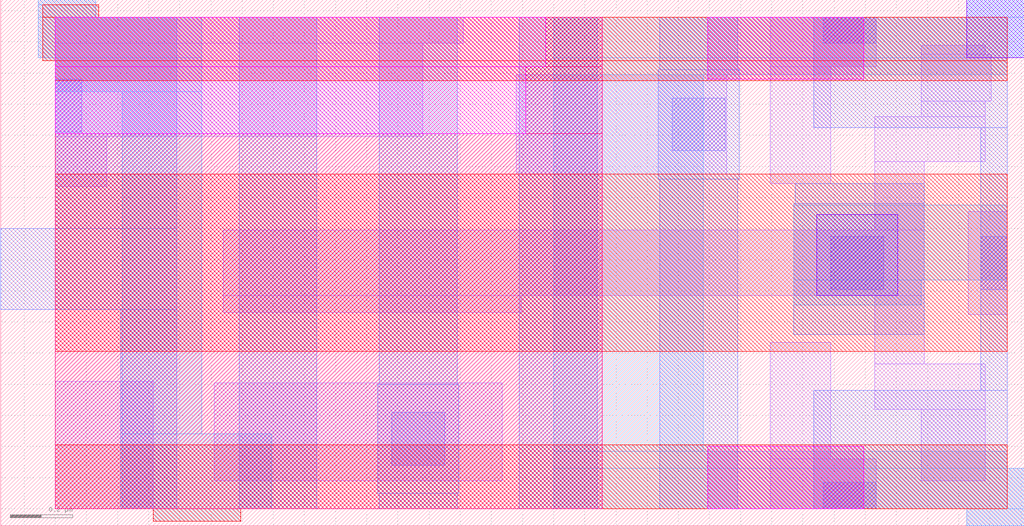
<source format=lef>
# Copyright 2020 The SkyWater PDK Authors
#
# Licensed under the Apache License, Version 2.0 (the "License");
# you may not use this file except in compliance with the License.
# You may obtain a copy of the License at
#
#     https://www.apache.org/licenses/LICENSE-2.0
#
# Unless required by applicable law or agreed to in writing, software
# distributed under the License is distributed on an "AS IS" BASIS,
# WITHOUT WARRANTIES OR CONDITIONS OF ANY KIND, either express or implied.
# See the License for the specific language governing permissions and
# limitations under the License.
#
# SPDX-License-Identifier: Apache-2.0

VERSION 5.7 ;
  NOWIREEXTENSIONATPIN ON ;
  DIVIDERCHAR "/" ;
  BUSBITCHARS "[]" ;
MACRO sky130_fd_bd_sram__sram_dp_swldrv_opt3a
  CLASS BLOCK ;
  FOREIGN sky130_fd_bd_sram__sram_dp_swldrv_opt3a ;
  ORIGIN  0.175000  0.055000 ;
  SIZE  3.285000 BY  1.690000 ;
  OBS
    LAYER li1 ;
      RECT 0.000000 0.000000 0.315000 0.410000 ;
      RECT 0.000000 1.035000 0.165000 1.195000 ;
      RECT 0.000000 1.195000 1.180000 1.495000 ;
      RECT 0.000000 1.495000 1.310000 1.580000 ;
      RECT 0.510000 0.090000 1.435000 0.405000 ;
      RECT 0.540000 0.630000 1.495000 0.685000 ;
      RECT 0.540000 0.685000 2.790000 0.895000 ;
      RECT 1.480000 1.075000 2.155000 1.395000 ;
      RECT 2.295000 0.000000 2.635000 0.160000 ;
      RECT 2.295000 0.160000 2.490000 0.535000 ;
      RECT 2.295000 1.045000 2.490000 1.420000 ;
      RECT 2.295000 1.420000 2.635000 1.580000 ;
      RECT 2.630000 0.320000 2.985000 0.465000 ;
      RECT 2.630000 0.465000 2.790000 0.685000 ;
      RECT 2.630000 0.895000 2.790000 1.115000 ;
      RECT 2.630000 1.115000 2.985000 1.260000 ;
      RECT 2.780000 0.090000 2.985000 0.320000 ;
      RECT 2.780000 1.260000 2.985000 1.310000 ;
      RECT 2.780000 1.310000 3.005000 1.460000 ;
      RECT 2.780000 1.460000 2.985000 1.490000 ;
      RECT 2.930000 0.625000 3.055000 0.955000 ;
    LAYER mcon ;
      RECT 0.000000 1.210000 0.085000 1.380000 ;
      RECT 1.080000 0.140000 1.250000 0.310000 ;
      RECT 1.980000 1.150000 2.150000 1.320000 ;
      RECT 2.465000 0.000000 2.635000 0.085000 ;
      RECT 2.465000 1.495000 2.635000 1.580000 ;
      RECT 2.490000 0.705000 2.660000 0.875000 ;
      RECT 2.970000 0.705000 3.055000 0.875000 ;
    LAYER met1 ;
      RECT -0.175000  0.640000 0.390000 0.900000 ;
      RECT -0.055000  1.450000 0.390000 1.580000 ;
      RECT -0.055000  1.580000 0.130000 1.635000 ;
      RECT  0.000000  0.900000 0.390000 1.450000 ;
      RECT  0.210000  0.000000 0.390000 0.640000 ;
      RECT  0.590000  0.000000 0.840000 1.580000 ;
      RECT  1.035000  0.050000 1.295000 0.400000 ;
      RECT  1.040000  0.000000 1.290000 0.050000 ;
      RECT  1.040000  0.400000 1.290000 1.580000 ;
      RECT  1.490000  0.000000 1.740000 1.580000 ;
      RECT  1.935000  1.060000 2.195000 1.410000 ;
      RECT  1.940000  0.000000 2.190000 1.060000 ;
      RECT  1.940000  1.410000 2.190000 1.580000 ;
      RECT  2.370000  0.560000 2.790000 0.980000 ;
      RECT  2.375000  0.980000 2.790000 1.045000 ;
      RECT  2.435000  0.000000 3.110000 0.130000 ;
      RECT  2.435000  0.130000 3.055000 0.380000 ;
      RECT  2.435000  1.225000 3.055000 1.450000 ;
      RECT  2.435000  1.450000 3.110000 1.580000 ;
      RECT  2.925000 -0.055000 3.110000 0.000000 ;
      RECT  2.925000  1.580000 3.110000 1.635000 ;
      RECT  2.970000  0.380000 3.055000 1.225000 ;
    LAYER met2 ;
      RECT -0.055000  1.450000 0.470000 1.580000 ;
      RECT -0.055000  1.580000 0.140000 1.620000 ;
      RECT -0.055000  1.620000 0.130000 1.635000 ;
      RECT -0.040000  1.440000 0.470000 1.450000 ;
      RECT  0.000000  1.340000 0.470000 1.440000 ;
      RECT  0.215000  0.000000 0.695000 0.240000 ;
      RECT  0.215000  0.240000 0.470000 1.340000 ;
      RECT  0.315000 -0.040000 0.595000 0.000000 ;
      RECT  1.600000  0.000000 3.110000 0.130000 ;
      RECT  1.600000  0.130000 3.055000 0.185000 ;
      RECT  1.600000  0.185000 2.080000 1.395000 ;
      RECT  1.600000  1.395000 3.055000 1.450000 ;
      RECT  1.600000  1.450000 3.110000 1.580000 ;
      RECT  2.370000  0.655000 2.780000 0.735000 ;
      RECT  2.370000  0.735000 3.055000 0.975000 ;
      RECT  2.925000 -0.055000 3.110000 0.000000 ;
      RECT  2.925000  1.580000 3.110000 1.635000 ;
    LAYER met3 ;
      RECT -0.040000  1.440000 3.055000 1.580000 ;
      RECT -0.040000  1.580000 0.140000 1.620000 ;
      RECT  0.000000  0.000000 3.055000 0.205000 ;
      RECT  0.000000  0.505000 3.055000 1.075000 ;
      RECT  0.000000  1.375000 3.055000 1.440000 ;
      RECT  0.315000 -0.040000 0.595000 0.000000 ;
    LAYER nwell ;
      RECT 0.000000 0.000000 1.755000 1.205000 ;
    LAYER nwell ;
      RECT 1.510000 1.205000 1.755000 1.420000 ;
    LAYER nwell ;
      RECT 1.575000 1.420000 1.755000 1.580000 ;
    LAYER pwell ;
      RECT 0.000000 1.205000 1.510000 1.420000 ;
    LAYER pwell ;
      RECT 0.000000 1.420000 1.575000 1.580000 ;
    LAYER pwell ;
      RECT 2.095000 0.000000 2.595000 0.200000 ;
    LAYER pwell ;
      RECT 2.095000 1.380000 2.595000 1.580000 ;
    LAYER via ;
      RECT 2.445000 0.685000 2.705000 0.945000 ;
      RECT 2.925000 1.450000 3.110000 1.635000 ;
  END
END sky130_fd_bd_sram__sram_dp_swldrv_opt3a
END LIBRARY

</source>
